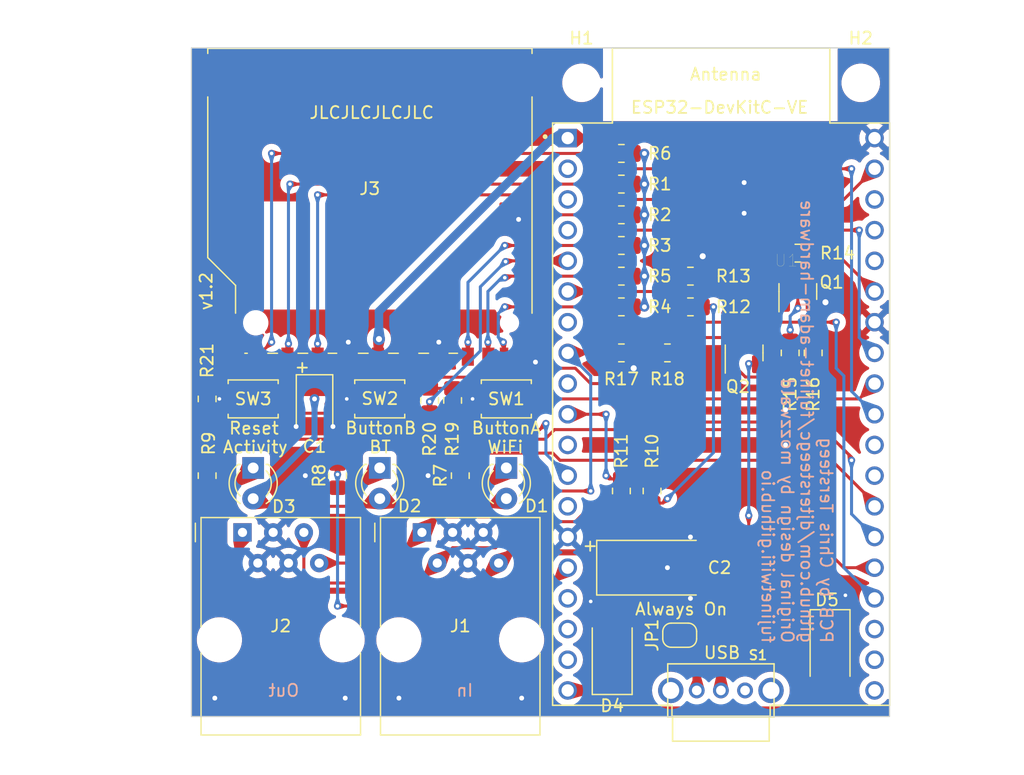
<source format=kicad_pcb>
(kicad_pcb (version 20240108) (generator "pcbnew") (generator_version "8.0")
  (title_block (title "FujiNet ADAM Devkit SMD") (date "2024-11-23") (rev "1.2") (company "Chris Tersteeg"))
  (layers (0 "F.Cu" signal) (31 "B.Cu" signal) (34 "B.Paste" user) (35 "F.Paste" user) (36 "B.SilkS" user "B.Silkscreen") (37 "F.SilkS" user "F.Silkscreen") (38 "B.Mask" user) (39 "F.Mask" user) (44 "Edge.Cuts" user))
  (net 0 "")
  (net 1 "Net-(D1-K)")
  (net 2 "+3.3V")
  (net 3 "Net-(D2-K)")
  (net 4 "Net-(D3-K)")
  (net 5 "+5V")
  (net 6 "/ADAMNET_5V")
  (net 7 "Net-(D5-K)")
  (net 8 "GND")
  (net 9 "/ADAMNET_RESET")
  (net 10 "/ADAMNET_DATA")
  (net 11 "Net-(J3-DAT1)")
  (net 12 "/IO5{slash}SPI_CS")
  (net 13 "/IO23{slash}SPI_MOSI")
  (net 14 "/IO18{slash}SPI_CLK")
  (net 15 "/IO19{slash}SPI_MISO")
  (net 16 "Net-(J3-DAT2)")
  (net 17 "/IO15{slash}TDO")
  (net 18 "Net-(Q1-B)")
  (net 19 "Net-(Q1-C)")
  (net 20 "Net-(Q2-B)")
  (net 21 "Net-(Q2-C)")
  (net 22 "/IO2{slash}LED1")
  (net 23 "/IO13{slash}LED3{slash}TCK")
  (net 24 "/IO4{slash}LED2")
  (net 25 "Net-(U1-IO26)")
  (net 26 "Net-(U1-IO35)")
  (net 27 "/IO21{slash}ADAMNET_TX")
  (net 28 "/IO0")
  (net 29 "/IO34")
  (net 30 "/IO14{slash}TMS")
  (net 50 "Net-(D4-A)")
  (footprint "Resistor_SMD:R_0805_2012Metric_Pad1.20x1.40mm_HandSolder" (layer "F.Cu") (at 101.6 106.045 90)
    (property "Reference" "R21")
    (property "Value" "10K")
  )
  (footprint "Package_TO_SOT_SMD:SOT-23" (layer "F.Cu") (at 146.05 102.235 90)
    (property "Reference" "Q2")
    (property "Value" "MMBT3906")
  )
  (footprint "Resistor_SMD:R_0805_2012Metric_Pad1.20x1.40mm_HandSolder" (layer "F.Cu") (at 138.43 113.665 90)
    (property "Reference" "R10")
    (property "Value" "2K")
  )
  (footprint "Resistor_SMD:R_0805_2012Metric_Pad1.20x1.40mm_HandSolder" (layer "F.Cu") (at 135.89 88.265)
    (property "Reference" "R1")
    (property "Value" "10K")
  )
  (footprint "Button_Switch_SMD:SW_Push_SPST_NO_Alps_SKRK" (layer "F.Cu") (at 105.41 106.045 180)
    (property "Reference" "SW3")
    (property "Value" "Safe Reset")
  )
  (footprint "Connector_RJ:RJ12_Amphenol_54601" (layer "F.Cu") (at 119.38 117.094)
    (property "Reference" "J1")
    (property "Value" "In")
  )
  (footprint "Jumper:SolderJumper-2_P1.3mm_Open_RoundedPad1.0x1.5mm" (layer "F.Cu") (at 140.716 125.603 180)
    (property "Reference" "JP1")
    (property "Value" "Always On")
  )
  (footprint "Resistor_SMD:R_0805_2012Metric_Pad1.20x1.40mm_HandSolder" (layer "F.Cu") (at 120.015 106.172 90)
    (property "Reference" "R20")
    (property "Value" "10K")
  )
  (footprint "Resistor_SMD:R_0805_2012Metric_Pad1.20x1.40mm_HandSolder" (layer "F.Cu") (at 135.89 98.425)
    (property "Reference" "R4")
    (property "Value" "10K")
  )
  (footprint "Connector_Card:SD_TE_2041021" (layer "F.Cu") (at 115.123 90.573 180)
    (property "Reference" "J3")
    (property "Value" "SD_Card")
  )
  (footprint "Resistor_SMD:R_0805_2012Metric_Pad1.20x1.40mm_HandSolder" (layer "F.Cu") (at 141.605 98.425 180)
    (property "Reference" "R12")
    (property "Value" "1.2K")
  )
  (footprint "Resistor_SMD:R_0805_2012Metric_Pad1.20x1.40mm_HandSolder" (layer "F.Cu") (at 150.495 93.98)
    (property "Reference" "R14")
    (property "Value" "4.7K")
  )
  (footprint "Package_TO_SOT_SMD:SOT-23" (layer "F.Cu") (at 150.495 97.155 90)
    (property "Reference" "Q1")
    (property "Value" "MMBT3904")
  )
  (footprint "SK12D07VG4:SK12D07VG4" (layer "F.Cu") (at 144.1262 130.175)
    (property "Reference" "S1")
    (property "Value" "SK12D07VG4")
  )
  (footprint "Resistor_SMD:R_0805_2012Metric_Pad1.20x1.40mm_HandSolder" (layer "F.Cu") (at 135.89 102.235)
    (property "Reference" "R17")
    (property "Value" "1K")
  )
  (footprint "Diode_SMD:D_SMA" (layer "F.Cu") (at 135.128 127 90)
    (property "Reference" "D4")
    (property "Value" "B140-E3")
  )
  (footprint "Button_Switch_SMD:SW_Push_SPST_NO_Alps_SKRK" (layer "F.Cu") (at 126.365 106.045 180)
    (property "Reference" "SW1")
    (property "Value" "ButtonA")
  )
  (footprint "MountingHole:MountingHole_2.7mm_M2.5" (layer "F.Cu") (at 155.702 79.883)
    (property "Reference" "H2")
    (property "Value" "MountingHole")
  )
  (footprint "ESP32-DEVKITC-32U:MODULE_ESP32-DEVKITC-32U" (layer "F.Cu") (at 144.145 107.305)
    (property "Reference" "U1")
    (property "Value" "ESP32-DevKitC-VE")
  )
  (footprint "Capacitor_Tantalum_SMD:CP_EIA-7343-20_Kemet-V_Pad2.25x2.55mm_HandSolder" (layer "F.Cu") (at 138.43 120.015)
    (property "Reference" "C2")
    (property "Value" "100uF 10V")
  )
  (footprint "Button_Switch_SMD:SW_Push_SPST_NO_Alps_SKRK" (layer "F.Cu") (at 115.8875 106.045 180)
    (property "Reference" "SW2")
    (property "Value" "ButtonB")
  )
  (footprint "Capacitor_Tantalum_SMD:CP_EIA-3528-15_AVX-H_Pad1.50x2.35mm_HandSolder" (layer "F.Cu") (at 110.49 106.68 -90)
    (property "Reference" "C1")
    (property "Value" "47uF 10v")
  )
  (footprint "LED_THT:LED_D3.0mm" (layer "F.Cu") (at 115.8875 111.755 -90)
    (property "Reference" "D2")
    (property "Value" "BT_BLUE")
  )
  (footprint "Resistor_SMD:R_0805_2012Metric_Pad1.20x1.40mm_HandSolder" (layer "F.Cu") (at 112.395 112.395 90)
    (property "Reference" "R8")
    (property "Value" "1K")
  )
  (footprint "Resistor_SMD:R_0805_2012Metric_Pad1.20x1.40mm_HandSolder" (layer "F.Cu") (at 121.92 106.172 90)
    (property "Reference" "R19")
    (property "Value" "10K")
  )
  (footprint "Resistor_SMD:R_0805_2012Metric_Pad1.20x1.40mm_HandSolder" (layer "F.Cu") (at 135.89 95.885)
    (property "Reference" "R5")
    (property "Value" "10K")
  )
  (footprint "Resistor_SMD:R_0805_2012Metric_Pad1.20x1.40mm_HandSolder" (layer "F.Cu") (at 139.7 102.235 180)
    (property "Reference" "R18")
    (property "Value" "33R")
  )
  (footprint "Resistor_SMD:R_0805_2012Metric_Pad1.20x1.40mm_HandSolder" (layer "F.Cu") (at 122.555 112.395 90)
    (property "Reference" "R7")
    (property "Value" "1K")
  )
  (footprint "Connector_RJ:RJ12_Amphenol_54601" (layer "F.Cu") (at 104.526 117.094)
    (property "Reference" "J2")
    (property "Value" "Out")
  )
  (footprint "Resistor_SMD:R_0805_2012Metric_Pad1.20x1.40mm_HandSolder" (layer "F.Cu") (at 101.6 112.395 90)
    (property "Reference" "R9")
    (property "Value" "1K")
  )
  (footprint "Resistor_SMD:R_0805_2012Metric_Pad1.20x1.40mm_HandSolder" (layer "F.Cu") (at 135.89 85.725)
    (property "Reference" "R6")
    (property "Value" "10K")
  )
  (footprint "Resistor_SMD:R_0805_2012Metric_Pad1.20x1.40mm_HandSolder" (layer "F.Cu") (at 151.765 102.235 90)
    (property "Reference" "R16")
    (property "Value" "4.7K")
  )
  (footprint "Resistor_SMD:R_0805_2012Metric_Pad1.20x1.40mm_HandSolder" (layer "F.Cu") (at 149.86 102.235 -90)
    (property "Reference" "R15")
    (property "Value" "10K")
  )
  (footprint "Resistor_SMD:R_0805_2012Metric_Pad1.20x1.40mm_HandSolder" (layer "F.Cu") (at 135.89 113.665 90)
    (property "Reference" "R11")
    (property "Value" "10K")
  )
  (footprint "LED_THT:LED_D3.0mm" (layer "F.Cu") (at 126.365 111.755 -90)
    (property "Reference" "D1")
    (property "Value" "WIFI_WHITE")
  )
  (footprint "Diode_SMD:D_SMA" (layer "F.Cu") (at 153.162 127 -90)
    (property "Reference" "D5")
    (property "Value" "B140-E3")
  )
  (footprint "LED_THT:LED_D3.0mm" (layer "F.Cu") (at 105.41 111.76 -90)
    (property "Reference" "D3")
    (property "Value" "BUS_ORANGE")
  )
  (footprint "Resistor_SMD:R_0805_2012Metric_Pad1.20x1.40mm_HandSolder" (layer "F.Cu") (at 135.89 93.345)
    (property "Reference" "R3")
    (property "Value" "10K")
  )
  (footprint "Resistor_SMD:R_0805_2012Metric_Pad1.20x1.40mm_HandSolder" (layer "F.Cu") (at 141.605 95.885 180)
    (property "Reference" "R13")
    (property "Value" "2K")
  )
  (footprint "Resistor_SMD:R_0805_2012Metric_Pad1.20x1.40mm_HandSolder" (layer "F.Cu") (at 135.89 90.805)
    (property "Reference" "R2")
    (property "Value" "10K")
  )
  (footprint "MountingHole:MountingHole_2.7mm_M2.5" (layer "F.Cu") (at 132.588 79.883)
    (property "Reference" "H1")
    (property "Value" "MountingHole")
  )
  (gr_rect (start 100.299 76.9874) (end 158.084 132.334) (stroke (width 0.1)) (fill none) (layer "Edge.Cuts"))
  (gr_text "PCB by Chris Tersteeg\ngithub.com/djtersteegc/fujinet-adam-hardware\nOriginal design by mozzwald\nfujinetwifi.github.io" (at 147.4216 126.3396 270) (layer "B.SilkS") (effects (font (size 1 1)) (justify left bottom mirror)))
  (gr_text "+" (at 132.588 118.745 0) (layer "F.SilkS") (effects (font (size 1 1)) (justify left bottom)))
  (gr_text "JLCJLCJLCJLC" (at 109.982 82.931 0) (layer "F.SilkS") (effects (font (size 1 1)) (justify left bottom)))
  (gr_text "Reset" (at 103.3272 109.05975 0) (layer "F.SilkS") (effects (font (size 1 1)) (justify left bottom)))
  (gr_text "BT" (at 114.935 110.617 0) (layer "F.SilkS") (effects (font (size 1 1)) (justify left bottom)))
  (gr_text "Activity" (at 102.8192 110.617 0) (layer "F.SilkS") (effects (font (size 1 1)) (justify left bottom)))
  (gr_text "USB" (at 142.621 127.635 0) (layer "F.SilkS") (effects (font (size 1 1)) (justify left bottom)))
  (gr_text "Antenna" (at 141.478 79.756 0) (layer "F.SilkS") (effects (font (size 1 1)) (justify left bottom)))
  (gr_text "v1.2" (at 102.108 98.806 90) (layer "F.SilkS") (effects (font (size 1 1)) (justify left bottom)))
  (gr_text "+" (at 109.474 103.378 0) (layer "F.SilkS") (effects (font (size 1 1))))
  (gr_text "WiFi" (at 124.714 110.617 0) (layer "F.SilkS") (effects (font (size 1 1)) (justify left bottom)))
  (segment (start 124.725 113.395) (end 126.365 111.755) (width 0.25) (layer "F.Cu") (net 1))
  (segment (start 122.555 113.395) (end 124.725 113.395) (width 0.25) (layer "F.Cu") (net 1))
  (segment (start 101.6 105.045) (end 102.339999 104.305001) (width 0.25) (layer "F.Cu") (net 2))
  (segment (start 136.89 98.425) (end 137.795 98.425) (width 0.25) (layer "F.Cu") (net 2))
  (segment (start 135.62 84.455) (end 136.89 85.725) (width 0.25) (layer "F.Cu") (net 2))
  (segment (start 137.795 88.265) (end 136.89 88.265) (width 0.25) (layer "F.Cu") (net 2))
  (segment (start 111.386 104.159) (end 110.49 105.055) (width 0.5) (layer "F.Cu") (net 2))
  (segment (start 106.043778 114.933778) (end 115.248722 114.933778) (width 0.25) (layer "F.Cu") (net 2))
  (segment (start 115.8875 114.295) (end 116.521278 114.928778) (width 0.25) (layer "F.Cu") (net 2))
  (segment (start 115.748 101.168) (end 115.748 102.548) (width 0.7) (layer "F.Cu") (net 2))
  (segment (start 109.740001 104.305001) (end 110.49 105.055) (width 0.25) (layer "F.Cu") (net 2))
  (segment (start 125.731222 114.928778) (end 126.365 114.295) (width 0.25) (layer "F.Cu") (net 2))
  (segment (start 110.49 105.055) (end 110.49 106.045) (width 0.5) (layer "F.Cu") (net 2))
  (segment (start 115.824 101.092) (end 115.748 101.168) (width 0.7) (layer "F.Cu") (net 2))
  (segment (start 102.339999 104.305001) (end 109.740001 104.305001) (width 0.25) (layer "F.Cu") (net 2))
  (segment (start 115.248722 114.933778) (end 115.8875 114.295) (width 0.25) (layer "F.Cu") (net 2))
  (segment (start 136.89 93.345) (end 137.795 93.345) (width 0.25) (layer "F.Cu") (net 2))
  (segment (start 116.521278 114.928778) (end 125.731222 114.928778) (width 0.25) (layer "F.Cu") (net 2))
  (segment (start 131.445 84.455) (end 135.62 84.455) (width 0.25) (layer "F.Cu") (net 2))
  (segment (start 117.505 104.305) (end 115.748 102.548) (width 0.25) (layer "F.Cu") (net 2))
  (segment (start 119.148 104.305) (end 117.505 104.305) (width 0.25) (layer "F.Cu") (net 2))
  (segment (start 114.137 104.159) (end 111.386 104.159) (width 0.5) (layer "F.Cu") (net 2))
  (segment (start 136.89 95.885) (end 137.795 95.885) (width 0.25) (layer "F.Cu") (net 2))
  (segment (start 136.89 85.725) (end 137.795 85.725) (width 0.25) (layer "F.Cu") (net 2))
  (segment (start 121.92 105.172) (end 120.015 105.172) (width 0.25) (layer "F.Cu") (net 2))
  (segment (start 105.41 114.3) (end 106.043778 114.933778) (width 0.25) (layer "F.Cu") (net 2))
  (segment (start 114.137 104.159) (end 115.748 102.548) (width 0.5) (layer "F.Cu") (net 2))
  (segment (start 119.148 104.305) (end 120.015 105.172) (width 0.25) (layer "F.Cu") (net 2))
  (segment (start 136.89 90.805) (end 137.795 90.805) (width 0.25) (layer "F.Cu") (net 2))
  (via (at 137.795 85.725) (size 0.8) (drill 0.4) (layers "F.Cu" "B.Cu") (net 2))
  (via (at 115.824 101.092) (size 1) (drill 0.5) (layers "F.Cu" "B.Cu") (net 2))
  (via (at 110.49 106.045) (size 0.8) (drill 0.4) (layers "F.Cu" "B.Cu") (net 2))
  (via (at 137.795 95.885) (size 0.8) (drill 0.4) (layers "F.Cu" "B.Cu") (net 2))
  (via (at 137.795 88.265) (size 0.8) (drill 0.4) (layers "F.Cu" "B.Cu") (net 2))
  (via (at 137.795 90.805) (size 0.8) (drill 0.4) (layers "F.Cu" "B.Cu") (net 2))
  (via (at 137.795 93.345) (size 0.8) (drill 0.4) (layers "F.Cu" "B.Cu") (net 2))
  (via (at 137.795 98.425) (size 0.8) (drill 0.4) (layers "F.Cu" "B.Cu") (net 2))
  (segment (start 137.795 90.805) (end 137.795 88.265) (width 0.25) (layer "B.Cu") (net 2))
  (segment (start 115.824 101.092) (end 115.824 98.806) (width 0.7) (layer "B.Cu") (net 2))
  (segment (start 137.795 85.725) (end 137.795 88.265) (width 0.25) (layer "B.Cu") (net 2))
  (segment (start 130.175 84.455) (end 131.445 84.455) (width 0.7) (layer "B.Cu") (net 2))
  (segment (start 110.49 109.22) (end 105.41 114.3) (width 0.5) (layer "B.Cu") (net 2))
  (segment (start 115.824 98.806) (end 130.175 84.455) (width 0.7) (layer "B.Cu") (net 2))
  (segment (start 110.49 106.045) (end 110.49 109.22) (width 0.5) (layer "B.Cu") (net 2))
  (segment (start 137.795 93.345) (end 137.795 90.805) (width 0.25) (layer "B.Cu") (net 2))
  (segment (start 137.795 98.425) (end 137.795 95.885) (width 0.25) (layer "B.Cu") (net 2))
  (segment (start 137.795 95.885) (end 137.795 93.345) (width 0.25) (layer "B.Cu") (net 2))
  (segment (start 112.395 113.395) (end 114.2475 113.395) (width 0.25) (layer "F.Cu") (net 3))
  (segment (start 114.2475 113.395) (end 115.8875 111.755) (width 0.25) (layer "F.Cu") (net 3))
  (segment (start 101.6 113.395) (end 103.775 113.395) (width 0.25) (layer "F.Cu") (net 4))
  (segment (start 103.775 113.395) (end 105.41 111.76) (width 0.25) (layer "F.Cu") (net 4))
  (segment (start 133.953 130.175) (end 135.128 129) (width 0.7) (layer "F.Cu") (net 5))
  (segment (start 137.753 131.625) (end 135.128 129) (width 0.25) (layer "F.Cu") (net 5))
  (segment (start 131.445 130.175) (end 133.953 130.175) (width 0.7) (layer "F.Cu") (net 5))
  (segment (start 153.162 129) (end 150.537 131.625) (width 0.25) (layer "F.Cu") (net 5))
  (segment (start 150.537 131.625) (end 137.753 131.625) (width 0.25) (layer "F.Cu") (net 5))
  (segment (start 105.41 121.92) (end 123.444 121.92) (width 0.5) (layer "F.Cu") (net 6))
  (segment (start 141.366 124.848) (end 136.533 120.015) (width 0.7) (layer "F.Cu") (net 6))
  (segment (start 128.315827 118.745) (end 133.96 118.745) (width 0.5) (layer "F.Cu") (net 6))
  (segment (start 138.43 114.665) (end 139.335 114.665) (width 0.25) (layer "F.Cu") (net 6))
  (segment (start 135.23 117.865) (end 138.43 114.665) (width 0.25) (layer "F.Cu") (net 6))
  (segment (start 125.73 119.634) (end 126.61 118.754) (width 0.5) (layer "F.Cu") (net 6))
  (segment (start 104.14 120.65) (end 105.41 121.92) (width 0.5) (layer "F.Cu") (net 6))
  (segment (start 128.306827 118.754) (end 128.315827 118.745) (width 0.5) (layer "F.Cu") (net 6))
  (segment (start 133.96 118.745) (end 135.23 120.015) (width 0.5) (layer "F.Cu") (net 6))
  (segment (start 141.366 125.603) (end 141.366 124.848) (width 0.7) (layer "F.Cu") (net 6))
  (segment (start 144.1262 128.3632) (end 144.1262 130.175) (width 0.7) (layer "F.Cu") (net 6))
  (segment (start 123.444 121.92) (end 125.73 119.634) (width 0.5) (layer "F.Cu") (net 6))
  (segment (start 104.14 117.48) (end 104.14 120.65) (width 0.5) (layer "F.Cu") (net 6))
  (segment (start 135.23 120.015) (end 135.23 117.865) (width 0.25) (layer "F.Cu") (net 6))
  (segment (start 143.51 98.425) (end 142.605 98.425) (width 0.25) (layer "F.Cu") (net 6))
  (segment (start 104.526 117.094) (end 104.14 117.48) (width 0.5) (layer "F.Cu") (net 6))
  (segment (start 136.533 120.015) (end 135.23 120.015) (width 0.7) (layer "F.Cu") (net 6))
  (segment (start 126.61 118.754) (end 128.306827 118.754) (width 0.5) (layer "F.Cu") (net 6))
  (segment (start 141.366 125.603) (end 144.1262 128.3632) (width 0.7) (layer "F.Cu") (net 6))
  (segment (start 139.335 114.665) (end 139.7 114.3) (width 0.25) (layer "F.Cu") (net 6))
  (via (at 139.7 114.3) (size 0.6) (drill 0.3) (layers "F.Cu" "B.Cu") (net 6))
  (via (at 143.51 98.425) (size 0.6) (drill 0.3) (layers "F.Cu" "B.Cu") (net 6))
  (segment (start 139.7 114.3) (end 143.51 110.49) (width 0.25) (layer "B.Cu") (net 6))
  (segment (start 143.51 110.49) (end 143.51 98.425) (width 0.25) (layer "B.Cu") (net 6))
  (segment (start 146.431 115.697) (end 146.431 118.269) (width 0.25) (layer "F.Cu") (net 7))
  (segment (start 146.431 118.269) (end 153.162 125) (width 0.25) (layer "F.Cu") (net 7))
  (segment (start 146.431 103.124) (end 146.4795 103.1725) (width 0.25) (layer "F.Cu") (net 7))
  (segment (start 149.86 103.235) (end 147.0625 103.235) (width 0.25) (layer "F.Cu") (net 7))
  (segment (start 146.4795 103.1725) (end 147 103.1725) (width 0.25) (layer "F.Cu") (net 7))
  (via (at 146.431 115.697) (size 0.6) (drill 0.3) (layers "F.Cu" "B.Cu") (net 7))
  (via (at 146.431 103.124) (size 0.6) (drill 0.3) (layers "F.Cu" "B.Cu") (net 7))
  (segment (start 146.431 115.697) (end 146.431 103.124) (width 0.25) (layer "B.Cu") (net 7))
  (segment (start 120.777 101.346) (end 120.777 102.519) (width 0.5) (layer "F.Cu") (net 8))
  (segment (start 120.777 102.519) (end 120.748 102.548) (width 0.5) (layer "F.Cu") (net 8))
  (segment (start 152.781 98.044) (end 151.4935 98.044) (width 0.25) (layer "F.Cu") (net 8))
  (segment (start 108.966 108.331) (end 110.464 108.331) (width 0.7) (layer "F.Cu") (net 8))
  (segment (start 136.906 103.505) (end 136.906 102.251) (width 0.25) (layer "F.Cu") (net 8))
  (segment (start 112.014 108.331) (end 110.516 108.331) (width 0.7) (layer "F.Cu") (net 8))
  (segment (start 113.284 101.346) (end 113.284 102.512) (width 0.5) (layer "F.Cu") (net 8))
  (segment (start 113.157 106.045) (end 113.7875 106.045) (width 0.25) (layer "F.Cu") (net 8))
  (segment (start 113.284 102.512) (end 113.248 102.548) (width 0.5) (layer "F.Cu") (net 8))
  (segment (start 142.621 94.234) (end 142.621 95.869) (width 0.25) (layer "F.Cu") (net 8))
  (segment (start 102.616 106.045) (end 103.31 106.045) (width 0.25) (layer "F.Cu") (net 8))
  (segment (start 123.571 106.045) (end 124.265 106.045) (width 0.25) (layer "F.Cu") (net 8))
  (via (at 149.479 106.934) (size 0.8) (drill 0.4) (layers "F.Cu" "B.Cu") (net 8))
  (via (at 154.432 122.301) (size 0.6) (drill 0.3) (layers "F.Cu" "B.Cu") (net 8))
  (via (at 127.635 130.81) (size 0.8) (drill 0.4) (layers "F.Cu" "B.Cu") (net 8))
  (via (at 136.906 103.505) (size 1) (drill 0.5) (layers "F.Cu" "B.Cu") (net 8))
  (via (at 146.05 90.678) (size 0.8) (drill 0.4) (layers "F.Cu" "B.Cu") (net 8))
  (via (at 113.157 106.045) (size 0.6) (drill 0.3) (layers "F.Cu" "B.Cu") (net 8))
  (via (at 109.728 112.395) (size 0.8) (drill 0.4) (layers "F.Cu" "B.Cu") (net 8))
  (via (at 123.571 106.045) (size 0.6) (drill 0.3) (layers "F.Cu" "B.Cu") (net 8))
  (via (at 120.777 101.346) (size 0.8) (drill 0.4) (layers "F.Cu" "B.Cu") (net 8))
  (via (at 102.616 106.045) (size 0.6) (drill 0.3) (layers "F.Cu" "B.Cu") (net 8))
  (via (at 113.03 130.81) (size 0.8) (drill 0.4) (layers "F.Cu" "B.Cu") (net 8))
  (via (at 146.05 88.138) (size 0.8) (drill 0.4) (layers "F.Cu" "B.Cu") (net 8))
  (via (at 117.475 130.81) (size 0.8) (drill 0.4) (layers "F.Cu" "B.Cu") (net 8))
  (via (at 141.605 117.475) (size 0.8) (drill 0.4) (layers "F.Cu" "B.Cu") (net 8))
  (via (at 127.381 91.186) (size 0.8) (drill 0.4) (layers "F.Cu" "B.Cu") (net 8))
  (via (at 128.778 102.997) (size 0.8) (drill 0.4) (layers "F.Cu" "B.Cu") (net 8))
  (via (at 119.888 112.395) (size 0.8) (drill 0.4) (layers "F.Cu" "B.Cu") (net 8))
  (via (at 102.235 130.81) (size 0.8) (drill 0.4) (layers "F.Cu" "B.Cu") (net 8))
  (via (at 112.014 108.331) (size 0.8) (drill 0.4) (layers "F.Cu" "B.Cu") (net 8))
  (via (at 133.35 122.809) (size 0.6) (drill 0.3) (layers "F.Cu" "B.Cu") (net 8))
  (via (at 141.605 122.555) (size 0.8) (drill 0.4) (layers "F.Cu" "B.Cu") (net 8))
  (via (at 142.621 94.234) (size 1) (drill 0.5) (layers "F.Cu" "B.Cu") (net 8))
  (via (at 108.966 108.331) (size 0.8) (drill 0.4) (layers "F.Cu" "B.Cu") (net 8))
  (via (at 152.781 98.044) (size 1) (drill 0.5) (layers "F.Cu" "B.Cu") (net 8))
  (via (at 113.284 101.346) (size 0.8) (drill 0.4) (layers "F.Cu" "B.Cu") (net 8))
  (via (at 139.7 120.015) (size 0.8) (drill 0.4) (layers "F.Cu" "B.Cu") (net 8))
  (via (at 149.479 109.855) (size 0.8) (drill 0.4) (layers "F.Cu" "B.Cu") (net 8))
  (segment (start 125.476 118.364) (end 121.92 118.364) (width 0.25) (layer "F.Cu") (net 9))
  (segment (start 118.999 121.285) (end 120.65 119.634) (width 0.25) (layer "F.Cu") (net 9))
  (segment (start 109.606 117.094) (end 109.606 120.467211) (width 0.25) (layer "F.Cu") (net 9))
  (segment (start 127.254 116.586) (end 125.476 118.364) (width 0.25) (layer "F.Cu") (net 9))
  (segment (start 110.423789 121.285) (end 118.999 121.285) (width 0.25) (layer "F.Cu") (net 9))
  (segment (start 135.62 114.935) (end 133.339692 114.935) (width 0.25) (layer "F.Cu") (net 9))
  (segment (start 128.905 116.205) (end 128.524 116.586) (width 0.25) (layer "F.Cu") (net 9))
  (segment (start 138.43 112.665) (end 136.43 114.665) (width 0.25) (layer "F.Cu") (net 9))
  (segment (start 128.524 116.586) (end 127.254 116.586) (width 0.25) (layer "F.Cu") (net 9))
  (segment (start 133.339692 114.935) (end 132.069692 116.205) (width 0.25) (layer "F.Cu") (net 9))
  (segment (start 109.606 120.467211) (end 110.423789 121.285) (width 0.25) (layer "F.Cu") (net 9))
  (segment (start 121.92 118.364) (end 120.65 119.634) (width 0.25) (layer "F.Cu") (net 9))
  (segment (start 132.069692 116.205) (end 128.905 116.205) (width 0.25) (layer "F.Cu") (net 9))
  (segment (start 128.201154 115.824) (end 120.65 115.824) (width 0.25) (layer "F.Cu") (net 10))
  (segment (start 120.65 115.824) (end 119.38 117.094) (width 0.25) (layer "F.Cu") (net 10))
  (segment (start 134.89 102.235) (end 135.915 101.21) (width 0.25) (layer "F.Cu") (net 10))
  (segment (start 130.360154 113.665) (end 128.201154 115.824) (width 0.25) (layer "F.Cu") (net 10))
  (segment (start 116.84 119.634) (end 119.38 117.094) (width 0.25) (layer "F.Cu") (net 10))
  (segment (start 137.675 101.21) (end 138.7 102.235) (width 0.25) (layer "F.Cu") (net 10))
  (segment (start 133.35 113.665) (end 130.360154 113.665) (width 0.25) (layer "F.Cu") (net 10))
  (segment (start 135.915 101.21) (end 137.675 101.21) (width 0.25) (layer "F.Cu") (net 10))
  (segment (start 110.876 119.634) (end 116.84 119.634) (width 0.25) (layer "F.Cu") (net 10))
  (segment (start 131.445 102.235) (end 133.35 102.235) (width 0.25) (layer "F.Cu") (net 10))
  (segment (start 133.35 102.235) (end 134.89 102.235) (width 0.25) (layer "F.Cu") (net 10))
  (via (at 133.35 113.665) (size 0.6) (drill 0.3) (layers "F.Cu" "B.Cu") (net 10))
  (segment (start 133.35 104.14) (end 133.35 113.665) (width 0.25) (layer "B.Cu") (net 10))
  (segment (start 131.445 102.235) (end 133.35 104.14) (width 0.25) (layer "B.Cu") (net 10))
  (segment (start 126.111 95.885) (end 134.89 95.885) (width 0.25) (layer "F.Cu") (net 11))
  (segment (start 124.878 102.548) (end 124.878 101.383) (width 0.25) (layer "F.Cu") (net 11))
  (segment (start 124.878 101.383) (end 124.841 101.346) (width 0.25) (layer "F.Cu") (net 11))
  (via (at 126.238 96.012) (size 0.6) (drill 0.3) (layers "F.Cu" "B.Cu") (net 11))
  (via (at 124.841 101.346) (size 0.6) (drill 0.3) (layers "F.Cu" "B.Cu") (net 11))
  (segment (start 124.841 101.346) (end 124.841 97.155) (width 0.25) (layer "B.Cu") (net 11))
  (segment (start 124.841 97.155) (end 126.111 95.885) (width 0.25) (layer "B.Cu") (net 11))
  (segment (start 108.248 102.548) (end 108.248 101.556) (width 0.25) (layer "F.Cu") (net 12))
  (segment (start 154.94 86.995) (end 136.16 86.995) (width 0.25) (layer "F.Cu") (net 12))
  (segment (start 136.16 86.995) (end 134.89 88.265) (width 0.25) (layer "F.Cu") (net 12))
  (segment (start 108.248 101.556) (end 108.331 101.473) (width 0.25) (layer "F.Cu") (net 12))
  (segment (start 108.458 88.265) (end 134.89 88.265) (width 0.25) (layer "F.Cu") (net 12))
  (via (at 108.331 101.473) (size 0.6) (drill 0.3) (layers "F.Cu" "B.Cu") (net 12))
  (via (at 154.94 86.995) (size 0.6) (drill 0.3) (layers "F.Cu" "B.Cu") (net 12))
  (via (at 108.458 88.265) (size 0.6) (drill 0.3) (layers "F.Cu" "B.Cu") (net 12))
  (segment (start 154.94 86.995) (end 154.94 105.41) (width 0.25) (layer "B.Cu") (net 12))
  (segment (start 108.331 88.392) (end 108.458 88.265) (width 0.25) (layer "B.Cu") (net 12))
  (segment (start 108.331 101.473) (end 108.331 88.392) (width 0.25) (layer "B.Cu") (net 12))
  (segment (start 154.94 105.41) (end 156.845 107.315) (width 0.25) (layer "B.Cu") (net 12))
  (segment (start 134.89 90.805) (end 136.16 89.535) (width 0.25) (layer "F.Cu") (net 13))
  (segment (start 110.748 102.548) (end 110.748 101.477) (width 0.25) (layer "F.Cu") (net 13))
  (segment (start 110.744 89.154) (end 129.032 89.154) (width 0.25) (layer "F.Cu") (net 13))
  (segment (start 129.032 89.154) (end 130.683 90.805) (width 0.25) (layer "F.Cu") (net 13))
  (segment (start 130.683 90.805) (end 134.89 90.805) (width 0.25) (layer "F.Cu") (net 13))
  (segment (start 110.748 101.477) (end 110.744 101.473) (width 0.25) (layer "F.Cu") (net 13))
  (segment (start 154.305 89.535) (end 156.845 86.995) (width 0.25) (layer "F.Cu") (net 13))
  (segment (start 136.16 89.535) (end 154.305 89.535) (width 0.25) (layer "F.Cu") (net 13))
  (via (at 110.744 89.154) (size 0.6) (drill 0.3) (layers "F.Cu" "B.Cu") (net 13))
  (via (at 110.744 101.473) (size 0.6) (drill 0.3) (layers "F.Cu" "B.Cu") (net 13))
  (segment (start 110.744 101.473) (end 110.744 89.154) (width 0.25) (layer "B.Cu") (net 13))
  (segment (start 133.339692 104.775) (end 134.62 104.775) (width 0.25) (layer "F.Cu") (net 14))
  (segment (start 119.947 104.247) (end 129.022308 104.247) (width 0.25) (layer "F.Cu") (net 14))
  (segment (start 155.575 106.045) (end 156.845 104.775) (width 0.25) (layer "F.Cu") (net 14))
  (segment (start 134.62 104.775) (end 135.89 106.045) (width 0.25) (layer "F.Cu") (net 14))
  (segment (start 132.069692 103.505) (end 133.339692 104.775) (width 0.25) (layer "F.Cu") (net 14))
  (segment (start 118.248 102.548) (end 119.947 104.247) (width 0.25) (layer "F.Cu") (net 14))
  (segment (start 129.022308 104.247) (end 129.764308 103.505) (width 0.25) (layer "F.Cu") (net 14))
  (segment (start 135.89 106.045) (end 155.575 106.045) (width 0.25) (layer "F.Cu") (net 14))
  (segment (start 129.764308 103.505) (end 132.069692 103.505) (width 0.25) (layer "F.Cu") (net 14))
  (segment (start 126.238 93.345) (end 134.89 93.345) (width 0.25) (layer "F.Cu") (net 15))
  (segment (start 155.575 92.075) (end 136.16 92.075) (width 0.25) (layer "F.Cu") (net 15))
  (segment (start 123.178 102.548) (end 123.178 101.358) (width 0.25) (layer "F.Cu") (net 15))
  (segment (start 136.16 92.075) (end 134.89 93.345) (width 0.25) (layer "F.Cu") (net 15))
  (segment (start 123.178 101.358) (end 123.19 101.346) (width 0.25) (layer "F.Cu") (net 15))
  (via (at 126.238 93.345) (size 0.6) (drill 0.3) (layers "F.Cu" "B.Cu") (net 15))
  (via (at 155.575 92.075) (size 0.6) (drill 0.3) (layers "F.Cu" "B.Cu") (net 15))
  (via (at 123.19 101.346) (size 0.6) (drill 0.3) (layers "F.Cu" "B.Cu") (net 15))
  (segment (start 123.19 101.346) (end 123.19 96.393) (width 0.25) (layer "B.Cu") (net 15))
  (segment (start 155.575 100.965) (end 155.575 92.075) (width 0.25) (layer "B.Cu") (net 15))
  (segment (start 156.845 102.235) (end 155.575 100.965) (width 0.25) (layer "B.Cu") (net 15))
  (segment (start 123.19 96.393) (end 126.238 93.345) (width 0.25) (layer "B.Cu") (net 15))
  (segment (start 105.748 102.532) (end 106.934 101.346) (width 0.25) (layer "F.Cu") (net 16))
  (segment (start 106.934 85.725) (end 134.89 85.725) (width 0.25) (layer "F.Cu") (net 16))
  (via (at 106.934 85.725) (size 0.6) (drill 0.3) (layers "F.Cu" "B.Cu") (net 16))
  (via (at 106.934 101.346) (size 0.6) (drill 0.3) (layers "F.Cu" "B.Cu") (net 16))
  (segment (start 106.934 101.346) (end 106.934 85.725) (width 0.25) (layer "B.Cu") (net 16))
  (segment (start 126.238 98.425) (end 134.89 98.425) (width 0.25) (layer "F.Cu") (net 17))
  (segment (start 153.67 99.695) (end 136.16 99.695) (width 0.25) (layer "F.Cu") (net 17))
  (segment (start 136.16 99.695) (end 134.89 98.425) (width 0.25) (layer "F.Cu") (net 17))
  (segment (start 126.178 102.548) (end 126.178 101.413) (width 0.25) (layer "F.Cu") (net 17))
  (segment (start 126.178 101.413) (end 126.111 101.346) (width 0.25) (layer "F.Cu") (net 17))
  (via (at 153.67 99.695) (size 0.6) (drill 0.3) (layers "F.Cu" "B.Cu") (net 17))
  (via (at 126.111 101.346) (size 0.6) (drill 0.3) (layers "F.Cu" "B.Cu") (net 17))
  (via (at 126.238 98.425) (size 0.6) (drill 0.3) (layers "F.Cu" "B.Cu") (net 17))
  (segment (start 154.305 120.015) (end 156.845 122.555) (width 0.25) (layer "B.Cu") (net 17))
  (segment (start 153.67 103.505) (end 154.305 104.14) (width 0.25) (layer "B.Cu") (net 17))
  (segment (start 154.305 104.14) (end 154.305 120.015) (width 0.25) (layer "B.Cu") (net 17))
  (segment (start 125.698 100.933) (end 125.698 98.965) (width 0.25) (layer "B.Cu") (net 17))
  (segment (start 125.698 98.965) (end 126.238 98.425) (width 0.25) (layer "B.Cu") (net 17))
  (segment (start 126.111 101.346) (end 125.698 100.933) (width 0.25) (layer "B.Cu") (net 17))
  (segment (start 153.67 99.695) (end 153.67 103.505) (width 0.25) (layer "B.Cu") (net 17))
  (segment (start 149.495 93.98) (end 149.495 98.0425) (width 0.25) (layer "F.Cu") (net 18))
  (segment (start 149.86 101.235) (end 149.86 100.33) (width 0.25) (layer "F.Cu") (net 19))
  (segment (start 150.495 98.551752) (end 150.495 96.2175) (width 0.25) (layer "F.Cu") (net 19))
  (segment (start 151.765 101.235) (end 149.86 101.235) (width 0.25) (layer "F.Cu") (net 19))
  (via (at 150.495 98.551752) (size 0.6) (drill 0.3) (layers "F.Cu" "B.Cu") (net 19))
  (via (at 149.86 100.33) (size 0.6) (drill 0.3) (layers "F.Cu" "B.Cu") (net 19))
  (segment (start 149.86 99.186752) (end 150.495 98.551752) (width 0.25) (layer "B.Cu") (net 19))
  (segment (start 149.86 100.33) (end 149.86 99.186752) (width 0.25) (layer "B.Cu") (net 19))
  (segment (start 146.1625 104.235) (end 150.765 104.235) (width 0.25) (layer "F.Cu") (net 20))
  (segment (start 145.1 103.1725) (end 146.1625 104.235) (width 0.25) (layer "F.Cu") (net 20))
  (segment (start 150.765 104.235) (end 151.765 103.235) (width 0.25) (layer "F.Cu") (net 20))
  (segment (start 141.97 100.965) (end 140.7 102.235) (width 0.25) (layer "F.Cu") (net 21))
  (segment (start 145.7175 100.965) (end 141.97 100.965) (width 0.25) (layer "F.Cu") (net 21))
  (segment (start 146.05 101.2975) (end 145.7175 100.965) (width 0.25) (layer "F.Cu") (net 21))
  (segment (start 130.215 110.53) (end 130.81 111.125) (width 0.25) (layer "F.Cu") (net 22))
  (segment (start 153.035 111.76) (end 153.035 118.745) (width 0.25) (layer "F.Cu") (net 22))
  (segment (start 153.035 118.745) (end 154.305 120.015) (width 0.25) (layer "F.Cu") (net 22))
  (segment (start 154.305 120.015) (end 156.845 120.015) (width 0.25) (layer "F.Cu") (net 22))
  (segment (start 122.555 111.395) (end 123.42 110.53) (width 0.25) (layer "F.Cu") (net 22))
  (segment (start 130.81 111.125) (end 152.4 111.125) (width 0.25) (layer "F.Cu") (net 22))
  (segment (start 123.42 110.53) (end 130.215 110.53) (width 0.25) (layer "F.Cu") (net 22))
  (segment (start 152.4 111.125) (end 153.035 111.76) (width 0.25) (layer "F.Cu") (net 22))
  (segment (start 128.27 123.19) (end 131.445 120.015) (width 0.25) (layer "F.Cu") (net 23))
  (segment (start 112.395 123.19) (end 128.27 123.19) (width 0.25) (layer "F.Cu") (net 23))
  (segment (start 112.395 111.395) (end 112.395 112.2955) (width 0.25) (layer "F.Cu") (net 23))
  (via (at 112.395 123.19) (size 0.6) (drill 0.3) (layers "F.Cu" "B.Cu") (net 23))
  (via (at 112.395 112.2955) (size 0.6) (drill 0.3) (layers "F.Cu" "B.Cu") (net 23))
  (segment (start 112.395 112.2955) (end 112.395 123.19) (width 0.25) (layer "B.Cu") (net 23))
  (segment (start 129.565154 109.38) (end 130.360154 108.585) (width 0.25) (layer "F.Cu") (net 24))
  (segment (start 103.615 109.38) (end 129.565154 109.38) (width 0.25) (layer "F.Cu") (net 24))
  (segment (start 156.464 114.3) (end 156.845 114.3) (width 0.25) (layer "F.Cu") (net 24))
  (segment (start 150.749 108.585) (end 156.464 114.3) (width 0.25) (layer "F.Cu") (net 24))
  (segment (start 101.6 111.395) (end 103.615 109.38) (width 0.25) (layer "F.Cu") (net 24))
  (segment (start 130.360154 108.585) (end 150.749 108.585) (width 0.25) (layer "F.Cu") (net 24))
  (segment (start 135.89 112.665) (end 134.89 112.665) (width 0.25) (layer "F.Cu") (net 25))
  (segment (start 134.62 107.315) (end 131.445 107.315) (width 0.25) (layer "F.Cu") (net 25))
  (segment (start 134.89 112.665) (end 134.62 112.395) (width 0.25) (layer "F.Cu") (net 25))
  (via (at 134.62 112.395) (size 0.6) (drill 0.3) (layers "F.Cu" "B.Cu") (net 25))
  (via (at 134.62 107.315) (size 0.6) (drill 0.3) (layers "F.Cu" "B.Cu") (net 25))
  (segment (start 134.62 112.395) (end 134.62 107.315) (width 0.25) (layer "B.Cu") (net 25))
  (segment (start 139.335 97.155) (end 140.605 95.885) (width 0.25) (layer "F.Cu") (net 26))
  (segment (start 131.445 97.155) (end 139.335 97.155) (width 0.25) (layer "F.Cu") (net 26))
  (segment (start 140.605 95.885) (end 140.605 98.425) (width 0.25) (layer "F.Cu") (net 26))
  (segment (start 156.845 97.155) (end 153.67 93.98) (width 0.25) (layer "F.Cu") (net 27))
  (segment (start 153.67 93.98) (end 151.495 93.98) (width 0.25) (layer "F.Cu") (net 27))
  (segment (start 154.94 111.125) (end 154.94 110.876116) (width 0.25) (layer "F.Cu") (net 28))
  (segment (start 134.62 106.045) (end 128.465 106.045) (width 0.25) (layer "F.Cu") (net 28))
  (segment (start 136.535 107.96) (end 134.62 106.045) (width 0.25) (layer "F.Cu") (net 28))
  (segment (start 125.675 107.37) (end 125.73 107.315) (width 0.25) (layer "F.Cu") (net 28))
  (segment (start 122.118 107.37) (end 125.675 107.37) (width 0.25) (layer "F.Cu") (net 28))
  (segment (start 152.023884 107.96) (end 136.535 107.96) (width 0.25) (layer "F.Cu") (net 28))
  (segment (start 127.195 107.315) (end 128.465 106.045) (width 0.25) (layer "F.Cu") (net 28))
  (segment (start 154.94 110.876116) (end 152.023884 107.96) (width 0.25) (layer "F.Cu") (net 28))
  (segment (start 125.73 107.315) (end 127.195 107.315) (width 0.25) (layer "F.Cu") (net 28))
  (via (at 154.94 111.125) (size 0.6) (drill 0.3) (layers "F.Cu" "B.Cu") (net 28))
  (segment (start 154.94 115.57) (end 156.845 117.475) (width 0.25) (layer "B.Cu") (net 28))
  (segment (start 154.94 111.125) (end 154.94 115.57) (width 0.25) (layer "B.Cu") (net 28))
  (segment (start 120.015 107.172) (end 119.1145 107.172) (width 0.25) (layer "F.Cu") (net 29))
  (segment (start 120.015 107.172) (end 120.015 106.2715) (width 0.25) (layer "F.Cu") (net 29))
  (segment (start 126.3015 94.6785) (end 126.365 94.615) (width 0.25) (layer "F.Cu") (net 29))
  (segment (start 126.365 94.615) (end 131.445 94.615) (width 0.25) (layer "F.Cu") (net 29))
  (segment (start 119.1145 107.172) (end 117.9875 106.045) (width 0.25) (layer "F.Cu") (net 29))
  (via (at 126.3015 94.6785) (size 0.6) (drill 0.3) (layers "F.Cu" "B.Cu") (net 29))
  (via (at 120.015 106.2715) (size 0.6) (drill 0.3) (layers "F.Cu" "B.Cu") (net 29))
  (segment (start 124.216 102.0705) (end 120.015 106.2715) (width 0.25) (layer "B.Cu") (net 29))
  (segment (start 126.3015 94.6785) (end 124.216 96.764) (width 0.25) (layer "B.Cu") (net 29))
  (segment (start 124.216 96.764) (end 124.216 102.0705) (width 0.25) (layer "B.Cu") (net 29))
  (segment (start 129.6416 108.077) (end 129.1336 108.585) (width 0.25) (layer "F.Cu") (net 30))
  (segment (start 108.695 107.23) (end 107.51 106.045) (width 0.25) (layer "F.Cu") (net 30))
  (segment (start 106.185 107.37) (end 107.51 106.045) (width 0.25) (layer "F.Cu") (net 30))
  (segment (start 112.945 107.23) (end 108.695 107.23) (width 0.25) (layer "F.Cu") (net 30))
  (segment (start 114.3 108.585) (end 112.945 107.23) (width 0.25) (layer "F.Cu") (net 30))
  (segment (start 129.1336 108.585) (end 114.3 108.585) (width 0.25) (layer "F.Cu") (net 30))
  (segment (start 101.925 107.37) (end 106.185 107.37) (width 0.25) (layer "F.Cu") (net 30))
  (via (at 129.6416 108.077) (size 0.6) (drill 0.3) (layers "F.Cu" "B.Cu") (net 30))
  (segment (start 129.6416 110.5916) (end 131.445 112.395) (width 0.25) (layer "B.Cu") (net 30))
  (segment (start 129.6416 108.077) (end 129.6416 110.5916) (width 0.25) (layer "B.Cu") (net 30))
  (segment (start 142.1262 128.880286) (end 142.1262 130.175) (width 0.7) (layer "F.Cu") (net 50))
  (segment (start 140.066 125.603) (end 135.731 125.603) (width 0.7) (layer "F.Cu") (net 50))
  (segment (start 135.731 125.603) (end 135.128 125) (width 0.7) (layer "F.Cu") (net 50))
  (segment (start 140.066 125.603) (end 140.066 126.820086) (width 0.7) (layer "F.Cu") (net 50))
  (segment (start 140.066 126.820086) (end 142.1262 128.880286) (width 0.7) (layer "F.Cu") (net 50))
  (zone (net 0) (net_name "") (layers "F&B.Cu") (connect_pads (clearance 0)) (min_thickness 0.25)
    (keepout (tracks not_allowed) (vias not_allowed) (pads not_allowed) (copperpour not_allowed) (footprints allowed))
    (fill (thermal_gap 0.5) (thermal_bridge_width 0.5))
    (polygon (pts (xy 134.366 76.962) (xy 134.366 83.058) (xy 153.797 83.058) (xy 153.797 76.962)))
  )
  (zone (net 8) (net_name "GND") (layers "F&B.Cu") (connect_pads (clearance 0.5)) (min_thickness 0.25) (fill yes (thermal_gap 0.5) (thermal_bridge_width 0.5))
    (polygon (pts (xy 84.455 73.025) (xy 162.56 73.66) (xy 162.56 137.16) (xy 84.455 136.525)))
  )
)
</source>
